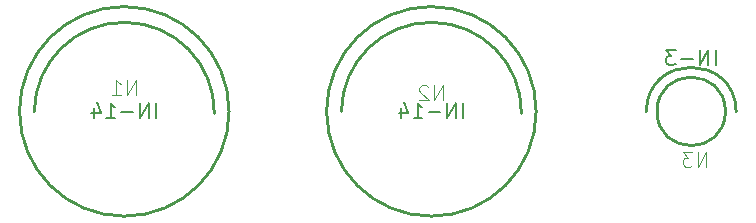
<source format=gbr>
%TF.GenerationSoftware,KiCad,Pcbnew,(6.0.9)*%
%TF.CreationDate,2022-12-23T11:45:30+05:30*%
%TF.ProjectId,IN-14 Panel,494e2d31-3420-4506-916e-656c2e6b6963,1.0*%
%TF.SameCoordinates,Original*%
%TF.FileFunction,Legend,Bot*%
%TF.FilePolarity,Positive*%
%FSLAX46Y46*%
G04 Gerber Fmt 4.6, Leading zero omitted, Abs format (unit mm)*
G04 Created by KiCad (PCBNEW (6.0.9)) date 2022-12-23 11:45:30*
%MOMM*%
%LPD*%
G01*
G04 APERTURE LIST*
%ADD10C,0.101600*%
%ADD11C,0.150000*%
%ADD12C,0.254000*%
G04 APERTURE END LIST*
D10*
%TO.C,N3*%
X171285119Y-109702023D02*
X171285119Y-108432023D01*
X170559404Y-109702023D01*
X170559404Y-108432023D01*
X170075595Y-108432023D02*
X169289404Y-108432023D01*
X169712738Y-108915833D01*
X169531309Y-108915833D01*
X169410357Y-108976309D01*
X169349880Y-109036785D01*
X169289404Y-109157738D01*
X169289404Y-109460119D01*
X169349880Y-109581071D01*
X169410357Y-109641547D01*
X169531309Y-109702023D01*
X169894166Y-109702023D01*
X170015119Y-109641547D01*
X170075595Y-109581071D01*
D11*
X172057258Y-101074523D02*
X172057258Y-99804523D01*
X171452496Y-101074523D02*
X171452496Y-99804523D01*
X170726782Y-101074523D01*
X170726782Y-99804523D01*
X170122020Y-100590714D02*
X169154401Y-100590714D01*
X168670591Y-99804523D02*
X167884401Y-99804523D01*
X168307734Y-100288333D01*
X168126306Y-100288333D01*
X168005353Y-100348809D01*
X167944877Y-100409285D01*
X167884401Y-100530238D01*
X167884401Y-100832619D01*
X167944877Y-100953571D01*
X168005353Y-101014047D01*
X168126306Y-101074523D01*
X168489163Y-101074523D01*
X168610115Y-101014047D01*
X168670591Y-100953571D01*
D10*
%TO.C,N1*%
X122967619Y-103574523D02*
X122967619Y-102304523D01*
X122241904Y-103574523D01*
X122241904Y-102304523D01*
X120971904Y-103574523D02*
X121697619Y-103574523D01*
X121334761Y-103574523D02*
X121334761Y-102304523D01*
X121455714Y-102485952D01*
X121576666Y-102606904D01*
X121697619Y-102667380D01*
D11*
X124660952Y-105574523D02*
X124660952Y-104304523D01*
X124056190Y-105574523D02*
X124056190Y-104304523D01*
X123330476Y-105574523D01*
X123330476Y-104304523D01*
X122725714Y-105090714D02*
X121758095Y-105090714D01*
X120488095Y-105574523D02*
X121213809Y-105574523D01*
X120850952Y-105574523D02*
X120850952Y-104304523D01*
X120971904Y-104485952D01*
X121092857Y-104606904D01*
X121213809Y-104667380D01*
X119399523Y-104727857D02*
X119399523Y-105574523D01*
X119701904Y-104244047D02*
X120004285Y-105151190D01*
X119218095Y-105151190D01*
D10*
%TO.C,N2*%
X148967619Y-104074523D02*
X148967619Y-102804523D01*
X148241904Y-104074523D01*
X148241904Y-102804523D01*
X147697619Y-102925476D02*
X147637142Y-102865000D01*
X147516190Y-102804523D01*
X147213809Y-102804523D01*
X147092857Y-102865000D01*
X147032380Y-102925476D01*
X146971904Y-103046428D01*
X146971904Y-103167380D01*
X147032380Y-103348809D01*
X147758095Y-104074523D01*
X146971904Y-104074523D01*
D11*
X150660952Y-105574523D02*
X150660952Y-104304523D01*
X150056190Y-105574523D02*
X150056190Y-104304523D01*
X149330476Y-105574523D01*
X149330476Y-104304523D01*
X148725714Y-105090714D02*
X147758095Y-105090714D01*
X146488095Y-105574523D02*
X147213809Y-105574523D01*
X146850952Y-105574523D02*
X146850952Y-104304523D01*
X146971904Y-104485952D01*
X147092857Y-104606904D01*
X147213809Y-104667380D01*
X145399523Y-104727857D02*
X145399523Y-105574523D01*
X145701904Y-104244047D02*
X146004285Y-105151190D01*
X145218095Y-105151190D01*
D12*
%TO.C,N3*%
X173809999Y-105000000D02*
G75*
G03*
X166190045Y-104997865I-3809999J-78740D01*
G01*
X172895600Y-105000000D02*
G75*
G03*
X172895600Y-105000000I-2895600J0D01*
G01*
%TO.C,N1*%
X129620000Y-105157480D02*
G75*
G03*
X114380000Y-105000000I-7620000J78740D01*
G01*
X130872220Y-105000000D02*
G75*
G03*
X130872220Y-105000000I-8872220J0D01*
G01*
%TO.C,N2*%
X155620000Y-105157480D02*
G75*
G03*
X140380000Y-105000000I-7620000J78740D01*
G01*
X156872220Y-105000000D02*
G75*
G03*
X156872220Y-105000000I-8872220J0D01*
G01*
%TD*%
M02*

</source>
